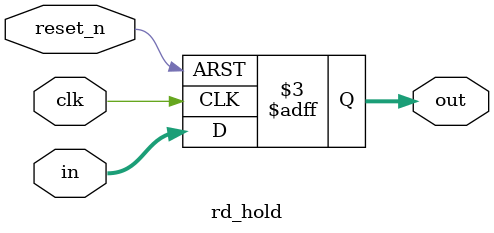
<source format=sv>
module rd_hold(
    input reset_n,clk,
    input [4:0] in,
    output logic [4:0] out
);

always @(posedge clk or negedge reset_n) begin
    if (!reset_n) begin
        out <= 5'b0;
    end
    else begin
        out <= in;
    end
end
    
endmodule
</source>
